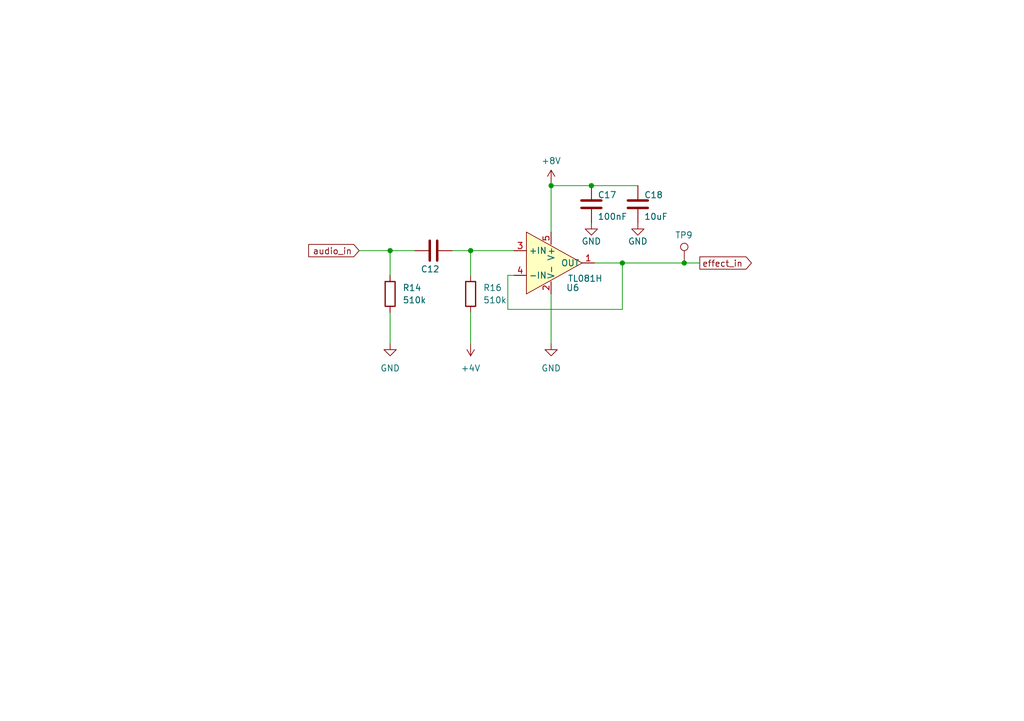
<source format=kicad_sch>
(kicad_sch (version 20211123) (generator eeschema)
  (paper "A5")
  (title_block (title "Input stage") (rev "1"))
  (lib_symbols
    (symbol "Amplifier_Operational:TL081H"
      (property "Reference" "U" (at 3.81 -4.445 0))
      (property "Value" "TL081H" (at 0 12.065 0))
      (symbol "TL081H_0_1"
        (polyline (pts (xy 6.35 0) (xy -5.08 -6.35)))
        (polyline (pts (xy -5.08 -6.35) (xy -5.08 6.35) (xy 6.35 0)) (fill (type background)))
      )
      (symbol "TL081H_1_1"
        (pin output line (at 8.89 0 180) (length 2.54) (name "OUT") (number "1"))
        (pin input line (at 0 -6.35 90) (length 2.54) (name "V-") (number "2"))
        (pin input line (at -7.62 2.54 0) (length 2.54) (name "+IN") (number "3"))
        (pin input line (at -7.62 -2.54 0) (length 2.54) (name "-IN") (number "4"))
        (pin input line (at 0 6.35 270) (length 2.54) (name "V+") (number "5"))
      )
    )
    (symbol "Connector:TestPoint" (pin_numbers hide) (pin_names (offset 0.762) hide)
      (property "Reference" "TP" (at 0 6.858 0))
      (property "Value" "TestPoint" (at 0 5.08 0))
      (symbol "TestPoint_0_1"
        (circle (center 0 3.302) (radius 0.762))
      )
      (symbol "TestPoint_1_1"
        (pin passive line (at 0 0 90) (length 2.54) (name "1") (number "1"))
      )
    )
    (symbol "Device:C" (pin_numbers hide) (pin_names (offset 0.254))
      (property "Reference" "C" (at 0.635 2.54 0))
      (property "Value" "C" (at 0.635 -2.54 0))
      (symbol "C_0_1"
        (polyline (pts (xy -2.032 -0.762) (xy 2.032 -0.762)) (stroke (width 0.508)))
        (polyline (pts (xy -2.032 0.762) (xy 2.032 0.762)) (stroke (width 0.508)))
      )
      (symbol "C_1_1"
        (pin passive line (at 0 3.81 270) (length 2.794) (name "~") (number "1"))
        (pin passive line (at 0 -3.81 90) (length 2.794) (name "~") (number "2"))
      )
    )
    (symbol "Device:R" (pin_numbers hide) (pin_names (offset 0))
      (property "Reference" "R" (at 2.032 0 90))
      (property "Value" "R" (at 0 0 90))
      (symbol "R_0_1"
        (rectangle (start -1.016 -2.54) (end 1.016 2.54) (stroke (width 0.254)))
      )
      (symbol "R_1_1"
        (pin passive line (at 0 3.81 270) (length 1.27) (name "~") (number "1"))
        (pin passive line (at 0 -3.81 90) (length 1.27) (name "~") (number "2"))
      )
    )
    (symbol "power:+4V" (power) (pin_names (offset 0))
      (property "Value" "+4V" (at 0 3.556 0))
      (symbol "+4V_0_1"
        (polyline (pts (xy -0.762 1.27) (xy 0 2.54)))
        (polyline (pts (xy 0 0) (xy 0 2.54)))
        (polyline (pts (xy 0 2.54) (xy 0.762 1.27)))
      )
      (symbol "+4V_1_1"
        (pin power_in line (at 0 0 90) (length 0) hide (name "+4V") (number "1"))
      )
    )
    (symbol "power:+8V" (power) (pin_names (offset 0))
      (property "Value" "+8V" (at 0 3.556 0))
      (symbol "+8V_0_1"
        (polyline (pts (xy -0.762 1.27) (xy 0 2.54)))
        (polyline (pts (xy 0 0) (xy 0 2.54)))
        (polyline (pts (xy 0 2.54) (xy 0.762 1.27)))
      )
      (symbol "+8V_1_1"
        (pin power_in line (at 0 0 90) (length 0) hide (name "+8V") (number "1"))
      )
    )
    (symbol "power:GND" (power) (pin_names (offset 0))
      (property "Value" "GND" (at 0 -3.81 0))
      (symbol "GND_0_1"
        (polyline (pts (xy 0 0) (xy 0 -1.27) (xy 1.27 -1.27) (xy 0 -2.54) (xy -1.27 -1.27) (xy 0 -1.27)))
      )
      (symbol "GND_1_1"
        (pin power_in line (at 0 0 270) (length 0) hide (name "GND") (number "1"))
      )
    )
  )
  (junction (at 140.335 53.975))
  (junction (at 96.52 51.435))
  (junction (at 113.03 38.1))
  (junction (at 121.285 38.1))
  (junction (at 80.01 51.435))
  (junction (at 127.635 53.975))
  (wire (pts (xy 113.03 38.1) (xy 113.03 47.625)))
  (wire (pts (xy 113.03 60.325) (xy 113.03 70.485)))
  (wire (pts (xy 127.635 63.5) (xy 127.635 53.975)))
  (wire (pts (xy 104.14 56.515) (xy 104.14 63.5)))
  (wire (pts (xy 96.52 51.435) (xy 105.41 51.435)))
  (wire (pts (xy 92.71 51.435) (xy 96.52 51.435)))
  (wire (pts (xy 80.01 51.435) (xy 80.01 56.515)))
  (wire (pts (xy 96.52 51.435) (xy 96.52 56.515)))
  (wire (pts (xy 121.285 38.1) (xy 130.81 38.1)))
  (wire (pts (xy 80.01 51.435) (xy 85.09 51.435)))
  (wire (pts (xy 80.01 64.135) (xy 80.01 70.485)))
  (wire (pts (xy 96.52 64.135) (xy 96.52 70.485)))
  (wire (pts (xy 113.03 38.1) (xy 121.285 38.1)))
  (wire (pts (xy 127.635 53.975) (xy 140.335 53.975)))
  (wire (pts (xy 113.03 37.465) (xy 113.03 38.1)))
  (wire (pts (xy 105.41 56.515) (xy 104.14 56.515)))
  (wire (pts (xy 140.335 53.975) (xy 143.51 53.975)))
  (wire (pts (xy 73.66 51.435) (xy 80.01 51.435)))
  (wire (pts (xy 121.92 53.975) (xy 127.635 53.975)))
  (wire (pts (xy 104.14 63.5) (xy 127.635 63.5)))
  (global_label "audio_in" (shape input) (at 73.66 51.435 180) (property "Intersheet References" "${INTERSHEET_REFS}" (effects hide)))
  (global_label "effect_in" (shape output) (at 143.51 53.975 0) (property "Intersheet References" "${INTERSHEET_REFS}" (effects hide)))
  (symbol (lib_id "power:+4V") (at 96.52 70.485 180) (unit 1)
    (property "Reference" "#PWR0116" (effects hide))
    (property "Value" "+4V" (at 96.52 75.565 0))
  )
  (symbol (lib_id "Device:C") (at 130.81 41.91 0) (unit 1)
    (property "Reference" "C18" (at 132.08 40.005 0) (effects (justify left)))
    (property "Value" "10uF" (at 132.08 44.45 0) (effects (justify left)))
    (property "Footprint" "Capacitor_SMD:C_0805_2012Metric_Pad1.18x1.45mm_HandSolder" (effects hide))
  )
  (symbol (lib_id "Device:R") (at 96.52 60.325 0) (unit 1)
    (property "Reference" "R16" (at 99.06 59.0549 0) (effects (justify left)))
    (property "Value" "510k" (at 99.06 61.5949 0) (effects (justify left)))
    (property "Footprint" "Resistor_SMD:R_0805_2012Metric_Pad1.20x1.40mm_HandSolder" (effects hide))
  )
  (symbol (lib_id "power:GND") (at 121.285 45.72 0) (unit 1)
    (property "Reference" "#PWR034" (effects hide))
    (property "Value" "GND" (at 121.285 49.53 0))
  )
  (symbol (lib_id "Amplifier_Operational:TL081H") (at 113.03 53.975 0) (unit 1)
    (property "Reference" "U6" (at 117.475 59.055 0))
    (property "Value" "TL081H" (at 120.015 57.15 0))
    (property "Footprint" "Package_TO_SOT_SMD:SOT-23-5_HandSoldering" (effects hide))
  )
  (symbol (lib_id "power:GND") (at 80.01 70.485 0) (unit 1)
    (property "Reference" "#PWR029" (effects hide))
    (property "Value" "GND" (at 80.01 75.565 0))
  )
  (symbol (lib_id "power:+8V") (at 113.03 37.465 0) (unit 1)
    (property "Reference" "#PWR032" (effects hide))
    (property "Value" "+8V" (at 113.03 33.02 0))
  )
  (symbol (lib_id "Connector:TestPoint") (at 140.335 53.975 0) (unit 1)
    (property "Reference" "TP9" (at 138.43 48.26 0) (effects (justify left)))
    (property "Value" "TestPoint" (effects hide))
    (property "Footprint" "TestPoint:TestPoint_THTPad_1.0x1.0mm_Drill0.5mm" (effects hide))
  )
  (symbol (lib_id "power:GND") (at 130.81 45.72 0) (unit 1)
    (property "Reference" "#PWR035" (effects hide))
    (property "Value" "GND" (at 130.81 49.53 0))
  )
  (symbol (lib_id "Device:R") (at 80.01 60.325 0) (unit 1)
    (property "Reference" "R14" (at 82.55 59.0549 0) (effects (justify left)))
    (property "Value" "510k" (at 82.55 61.5949 0) (effects (justify left)))
    (property "Footprint" "Resistor_SMD:R_0805_2012Metric_Pad1.20x1.40mm_HandSolder" (effects hide))
  )
  (symbol (lib_id "Device:C") (at 121.285 41.91 0) (unit 1)
    (property "Reference" "C17" (at 122.555 40.005 0) (effects (justify left)))
    (property "Value" "100nF" (at 122.555 44.45 0) (effects (justify left)))
    (property "Footprint" "Capacitor_SMD:C_0805_2012Metric_Pad1.18x1.45mm_HandSolder" (effects hide))
  )
  (symbol (lib_id "power:GND") (at 113.03 70.485 0) (unit 1)
    (property "Reference" "#PWR033" (effects hide))
    (property "Value" "GND" (at 113.03 75.565 0))
  )
  (symbol (lib_id "Device:C") (at 88.9 51.435 90) (unit 1)
    (property "Reference" "C12" (at 90.17 55.245 90) (effects (justify left)))
    (property "Value" "22uF" (effects hide))
    (property "Footprint" "Capacitor_SMD:C_1206_3216Metric_Pad1.33x1.80mm_HandSolder" (effects hide))
  )
)
</source>
